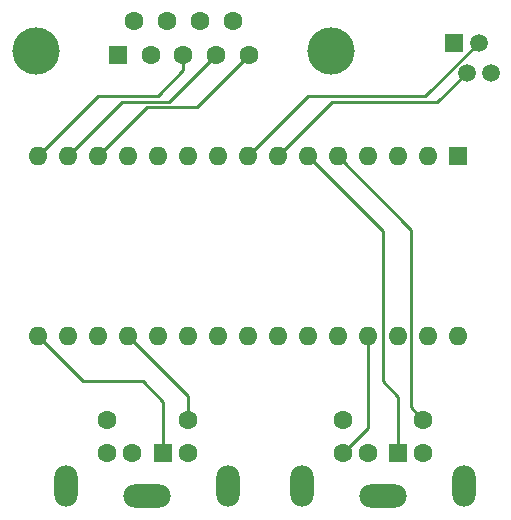
<source format=gbr>
%TF.GenerationSoftware,KiCad,Pcbnew,7.0.2*%
%TF.CreationDate,2024-03-26T11:17:04+09:00*%
%TF.ProjectId,dual_arduino_macplus_adapter,6475616c-5f61-4726-9475-696e6f5f6d61,rev?*%
%TF.SameCoordinates,Original*%
%TF.FileFunction,Copper,L1,Top*%
%TF.FilePolarity,Positive*%
%FSLAX46Y46*%
G04 Gerber Fmt 4.6, Leading zero omitted, Abs format (unit mm)*
G04 Created by KiCad (PCBNEW 7.0.2) date 2024-03-26 11:17:04*
%MOMM*%
%LPD*%
G01*
G04 APERTURE LIST*
%TA.AperFunction,ComponentPad*%
%ADD10R,1.500000X1.500000*%
%TD*%
%TA.AperFunction,ComponentPad*%
%ADD11C,1.500000*%
%TD*%
%TA.AperFunction,ComponentPad*%
%ADD12O,2.000000X3.500000*%
%TD*%
%TA.AperFunction,ComponentPad*%
%ADD13R,1.600000X1.600000*%
%TD*%
%TA.AperFunction,ComponentPad*%
%ADD14C,1.600000*%
%TD*%
%TA.AperFunction,ComponentPad*%
%ADD15O,4.000000X2.000000*%
%TD*%
%TA.AperFunction,ComponentPad*%
%ADD16C,4.000000*%
%TD*%
%TA.AperFunction,ComponentPad*%
%ADD17O,1.600000X1.600000*%
%TD*%
%TA.AperFunction,Conductor*%
%ADD18C,0.250000*%
%TD*%
G04 APERTURE END LIST*
D10*
%TO.P,J4,1*%
%TO.N,GND*%
X134360000Y-50060000D03*
D11*
%TO.P,J4,2*%
%TO.N,Net-(A1-D4)*%
X135380000Y-52600000D03*
%TO.P,J4,3*%
%TO.N,Net-(A1-D5)*%
X136400000Y-50060000D03*
%TO.P,J4,4*%
%TO.N,5V*%
X137420000Y-52600000D03*
%TD*%
D12*
%TO.P,J3,7*%
%TO.N,N/C*%
X121450000Y-87630000D03*
X135150000Y-87630000D03*
D13*
%TO.P,J3,1*%
%TO.N,Net-(A1-D3)*%
X129600000Y-84780000D03*
D14*
%TO.P,J3,2*%
%TO.N,unconnected-(J3-Pad2)*%
X127000000Y-84780000D03*
%TO.P,J3,3*%
%TO.N,GND*%
X131700000Y-84780000D03*
%TO.P,J3,4*%
%TO.N,5V*%
X124900000Y-84780000D03*
%TO.P,J3,5*%
%TO.N,Net-(A1-D2)*%
X131700000Y-81980000D03*
%TO.P,J3,6*%
%TO.N,unconnected-(J3-Pad6)*%
X124900000Y-81980000D03*
D15*
%TO.P,J3,7*%
%TO.N,N/C*%
X128300000Y-88430000D03*
%TD*%
D12*
%TO.P,J2,7*%
%TO.N,N/C*%
X101510000Y-87630000D03*
X115210000Y-87630000D03*
D13*
%TO.P,J2,1*%
%TO.N,Net-(A1-D13)*%
X109660000Y-84780000D03*
D14*
%TO.P,J2,2*%
%TO.N,unconnected-(J2-Pad2)*%
X107060000Y-84780000D03*
%TO.P,J2,3*%
%TO.N,GND*%
X111760000Y-84780000D03*
%TO.P,J2,4*%
%TO.N,5V*%
X104960000Y-84780000D03*
%TO.P,J2,5*%
%TO.N,Net-(A1-A0)*%
X111760000Y-81980000D03*
%TO.P,J2,6*%
%TO.N,unconnected-(J2-Pad6)*%
X104960000Y-81980000D03*
D15*
%TO.P,J2,7*%
%TO.N,N/C*%
X108360000Y-88430000D03*
%TD*%
D16*
%TO.P,J1,0*%
%TO.N,N/C*%
X98915000Y-50800000D03*
X123915000Y-50800000D03*
D13*
%TO.P,J1,1,1*%
%TO.N,GND*%
X105875000Y-51100000D03*
D14*
%TO.P,J1,2,2*%
%TO.N,5V*%
X108645000Y-51100000D03*
%TO.P,J1,3,3*%
%TO.N,Net-(A1-D12)*%
X111415000Y-51100000D03*
%TO.P,J1,4,4*%
%TO.N,Net-(A1-D11)*%
X114185000Y-51100000D03*
%TO.P,J1,5,5*%
%TO.N,Net-(A1-D10)*%
X116955000Y-51100000D03*
%TO.P,J1,6,6*%
%TO.N,Net-(A1-D9)*%
X107260000Y-48260000D03*
%TO.P,J1,7,7*%
%TO.N,Net-(A1-D8)*%
X110030000Y-48260000D03*
%TO.P,J1,8,8*%
%TO.N,Net-(A1-D7)*%
X112800000Y-48260000D03*
%TO.P,J1,9,9*%
%TO.N,Net-(A1-D6)*%
X115570000Y-48260000D03*
%TD*%
D13*
%TO.P,A1,1,D1/TX*%
%TO.N,unconnected-(A1-D1{slash}TX-Pad1)*%
X134620000Y-59690000D03*
D17*
%TO.P,A1,2,D0/RX*%
%TO.N,unconnected-(A1-D0{slash}RX-Pad2)*%
X132080000Y-59690000D03*
%TO.P,A1,3,~{RESET}*%
%TO.N,unconnected-(A1-~{RESET}-Pad3)*%
X129540000Y-59690000D03*
%TO.P,A1,4,GND*%
%TO.N,GND*%
X127000000Y-59690000D03*
%TO.P,A1,5,D2*%
%TO.N,Net-(A1-D2)*%
X124460000Y-59690000D03*
%TO.P,A1,6,D3*%
%TO.N,Net-(A1-D3)*%
X121920000Y-59690000D03*
%TO.P,A1,7,D4*%
%TO.N,Net-(A1-D4)*%
X119380000Y-59690000D03*
%TO.P,A1,8,D5*%
%TO.N,Net-(A1-D5)*%
X116840000Y-59690000D03*
%TO.P,A1,9,D6*%
%TO.N,Net-(A1-D6)*%
X114300000Y-59690000D03*
%TO.P,A1,10,D7*%
%TO.N,Net-(A1-D7)*%
X111760000Y-59690000D03*
%TO.P,A1,11,D8*%
%TO.N,Net-(A1-D8)*%
X109220000Y-59690000D03*
%TO.P,A1,12,D9*%
%TO.N,Net-(A1-D9)*%
X106680000Y-59690000D03*
%TO.P,A1,13,D10*%
%TO.N,Net-(A1-D10)*%
X104140000Y-59690000D03*
%TO.P,A1,14,D11*%
%TO.N,Net-(A1-D11)*%
X101600000Y-59690000D03*
%TO.P,A1,15,D12*%
%TO.N,Net-(A1-D12)*%
X99060000Y-59690000D03*
%TO.P,A1,16,D13*%
%TO.N,Net-(A1-D13)*%
X99060000Y-74930000D03*
%TO.P,A1,17,3V3*%
%TO.N,unconnected-(A1-3V3-Pad17)*%
X101600000Y-74930000D03*
%TO.P,A1,18,AREF*%
%TO.N,unconnected-(A1-AREF-Pad18)*%
X104140000Y-74930000D03*
%TO.P,A1,19,A0*%
%TO.N,Net-(A1-A0)*%
X106680000Y-74930000D03*
%TO.P,A1,20,A1*%
%TO.N,unconnected-(A1-A1-Pad20)*%
X109220000Y-74930000D03*
%TO.P,A1,21,A2*%
%TO.N,unconnected-(A1-A2-Pad21)*%
X111760000Y-74930000D03*
%TO.P,A1,22,A3*%
%TO.N,unconnected-(A1-A3-Pad22)*%
X114300000Y-74930000D03*
%TO.P,A1,23,A4*%
%TO.N,unconnected-(A1-A4-Pad23)*%
X116840000Y-74930000D03*
%TO.P,A1,24,A5*%
%TO.N,unconnected-(A1-A5-Pad24)*%
X119380000Y-74930000D03*
%TO.P,A1,25,A6*%
%TO.N,unconnected-(A1-A6-Pad25)*%
X121920000Y-74930000D03*
%TO.P,A1,26,A7*%
%TO.N,unconnected-(A1-A7-Pad26)*%
X124460000Y-74930000D03*
%TO.P,A1,27,+5V*%
%TO.N,5V*%
X127000000Y-74930000D03*
%TO.P,A1,28,~{RESET}*%
%TO.N,unconnected-(A1-~{RESET}-Pad28)*%
X129540000Y-74930000D03*
%TO.P,A1,29,GND*%
%TO.N,GND*%
X132080000Y-74930000D03*
%TO.P,A1,30,VIN*%
%TO.N,unconnected-(A1-VIN-Pad30)*%
X134620000Y-74930000D03*
%TD*%
D18*
%TO.N,5V*%
X127000000Y-82680000D02*
X127000000Y-74930000D01*
X124900000Y-84780000D02*
X127000000Y-82680000D01*
%TO.N,Net-(A1-A0)*%
X111760000Y-80010000D02*
X111760000Y-81980000D01*
X106680000Y-74930000D02*
X111760000Y-80010000D01*
%TO.N,Net-(A1-D13)*%
X107950000Y-78740000D02*
X109660000Y-80450000D01*
X109660000Y-80450000D02*
X109660000Y-84780000D01*
X102870000Y-78740000D02*
X107950000Y-78740000D01*
X99060000Y-74930000D02*
X102870000Y-78740000D01*
%TO.N,Net-(A1-D2)*%
X130665000Y-65895000D02*
X130665000Y-80945000D01*
X130665000Y-80945000D02*
X131700000Y-81980000D01*
X124460000Y-59690000D02*
X130665000Y-65895000D01*
%TO.N,Net-(A1-D3)*%
X128270000Y-78740000D02*
X129600000Y-80070000D01*
X128270000Y-66040000D02*
X128270000Y-78740000D01*
X121920000Y-59690000D02*
X128270000Y-66040000D01*
X129600000Y-80070000D02*
X129600000Y-84780000D01*
%TO.N,Net-(A1-D4)*%
X132920000Y-55060000D02*
X135380000Y-52600000D01*
X124010000Y-55060000D02*
X132920000Y-55060000D01*
X119380000Y-59690000D02*
X124010000Y-55060000D01*
%TO.N,Net-(A1-D5)*%
X131850000Y-54610000D02*
X136400000Y-50060000D01*
X121920000Y-54610000D02*
X131850000Y-54610000D01*
X116840000Y-59690000D02*
X121920000Y-54610000D01*
%TO.N,Net-(A1-D10)*%
X112545000Y-55510000D02*
X116955000Y-51100000D01*
X108320000Y-55510000D02*
X112545000Y-55510000D01*
X104140000Y-59690000D02*
X108320000Y-55510000D01*
%TO.N,Net-(A1-D11)*%
X110225000Y-55060000D02*
X114185000Y-51100000D01*
X106230000Y-55060000D02*
X110225000Y-55060000D01*
X101600000Y-59690000D02*
X106230000Y-55060000D01*
%TO.N,Net-(A1-D12)*%
X111415000Y-52415000D02*
X111415000Y-51100000D01*
X109220000Y-54610000D02*
X111415000Y-52415000D01*
X104140000Y-54610000D02*
X109220000Y-54610000D01*
X99060000Y-59690000D02*
X104140000Y-54610000D01*
%TD*%
M02*

</source>
